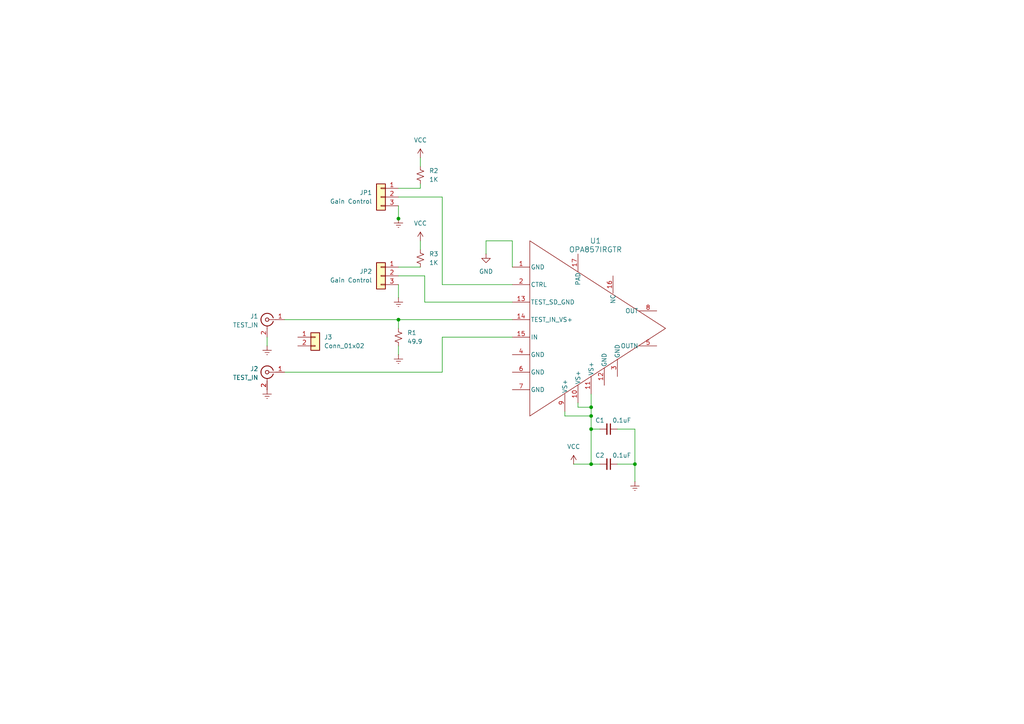
<source format=kicad_sch>
(kicad_sch (version 20231120) (generator "eeschema") (generator_version "8.0")
  (paper "A4")
  (lib_symbols
    (symbol "Connector:Conn_Coaxial" (pin_names (offset 1.016) hide)
      (property "Reference" "J" (at 0.254 3.048 0))
      (property "Value" "Conn_Coaxial" (at 2.921 0 90))
      (symbol "Conn_Coaxial_0_1"
        (arc (start -1.778 -0.508) (mid 0.2311 -1.8066) (end 1.778 0) (stroke (width 0.254)))
        (polyline (pts (xy -2.54 0) (xy -0.508 0)))
        (polyline (pts (xy 0 -2.54) (xy 0 -1.778)))
        (circle (center 0 0) (radius 0.508) (stroke (width 0.2032)))
        (arc (start 1.778 0) (mid 0.2099 1.8101) (end -1.778 0.508) (stroke (width 0.254)))
      )
      (symbol "Conn_Coaxial_1_1"
        (pin passive line (at -5.08 0 0) (length 2.54) (name "In") (number "1"))
        (pin passive line (at 0 -5.08 90) (length 2.54) (name "Ext") (number "2"))
      )
    )
    (symbol "Connector_Generic:Conn_01x02" (pin_names (offset 1.016) hide)
      (property "Reference" "J" (at 0 2.54 0))
      (property "Value" "Conn_01x02" (at 0 -5.08 0))
      (symbol "Conn_01x02_1_1"
        (rectangle (start -1.27 -2.413) (end 0 -2.667) (stroke (width 0.1524)))
        (rectangle (start -1.27 0.127) (end 0 -0.127) (stroke (width 0.1524)))
        (rectangle (start -1.27 1.27) (end 1.27 -3.81) (stroke (width 0.254)) (fill (type background)))
        (pin passive line (at -5.08 0 0) (length 3.81) (name "Pin_1") (number "1"))
        (pin passive line (at -5.08 -2.54 0) (length 3.81) (name "Pin_2") (number "2"))
      )
    )
    (symbol "Connector_Generic:Conn_01x03" (pin_names (offset 1.016) hide)
      (property "Reference" "J" (at 0 5.08 0))
      (property "Value" "Conn_01x03" (at 0 -5.08 0))
      (symbol "Conn_01x03_1_1"
        (rectangle (start -1.27 -2.413) (end 0 -2.667) (stroke (width 0.1524)))
        (rectangle (start -1.27 0.127) (end 0 -0.127) (stroke (width 0.1524)))
        (rectangle (start -1.27 2.667) (end 0 2.413) (stroke (width 0.1524)))
        (rectangle (start -1.27 3.81) (end 1.27 -3.81) (stroke (width 0.254)) (fill (type background)))
        (pin passive line (at -5.08 2.54 0) (length 3.81) (name "Pin_1") (number "1"))
        (pin passive line (at -5.08 0 0) (length 3.81) (name "Pin_2") (number "2"))
        (pin passive line (at -5.08 -2.54 0) (length 3.81) (name "Pin_3") (number "3"))
      )
    )
    (symbol "Device:C_Small" (pin_numbers hide) (pin_names (offset 0.254) hide)
      (property "Reference" "C" (at 0.254 1.778 0))
      (property "Value" "C_Small" (at 0.254 -2.032 0))
      (symbol "C_Small_0_1"
        (polyline (pts (xy -1.524 -0.508) (xy 1.524 -0.508)) (stroke (width 0.3302)))
        (polyline (pts (xy -1.524 0.508) (xy 1.524 0.508)) (stroke (width 0.3048)))
      )
      (symbol "C_Small_1_1"
        (pin passive line (at 0 2.54 270) (length 2.032) (name "~") (number "1"))
        (pin passive line (at 0 -2.54 90) (length 2.032) (name "~") (number "2"))
      )
    )
    (symbol "Device:R_Small_US" (pin_numbers hide) (pin_names (offset 0.254) hide)
      (property "Reference" "R" (at 0.762 0.508 0))
      (property "Value" "R_Small_US" (at 0.762 -1.016 0))
      (symbol "R_Small_US_1_1"
        (polyline (pts (xy 0 0) (xy 1.016 -0.381) (xy 0 -0.762) (xy -1.016 -1.143) (xy 0 -1.524)))
        (polyline (pts (xy 0 1.524) (xy 1.016 1.143) (xy 0 0.762) (xy -1.016 0.381) (xy 0 0)))
        (pin passive line (at 0 2.54 270) (length 1.016) (name "~") (number "1"))
        (pin passive line (at 0 -2.54 90) (length 1.016) (name "~") (number "2"))
      )
    )
    (symbol "LumiCom_TIA:OPA857IRGTR" (pin_names (offset 0.254))
      (property "Reference" "U" (at 0.254 37.592 0))
      (property "Value" "OPA857IRGTR" (at 0 30.48 0))
      (symbol "OPA857IRGTR_0_1"
        (pin power_in line (at -24.13 17.78 0) (length 5.08) (name "GND") (number "1"))
        (pin power_in line (at -5.08 -21.59 90) (length 5.08) (name "VS+") (number "10"))
        (pin power_in line (at -1.27 -19.05 90) (length 5.08) (name "VS+") (number "11"))
        (pin power_in line (at 2.54 -16.51 90) (length 5.08) (name "GND") (number "12"))
        (pin unspecified line (at -24.13 7.62 0) (length 5.08) (name "TEST_SD_GND") (number "13"))
        (pin unspecified line (at -24.13 2.54 0) (length 5.08) (name "TEST_IN_VS+") (number "14"))
        (pin input line (at -24.13 -2.54 0) (length 5.08) (name "IN") (number "15"))
        (pin unspecified line (at 5.08 15.24 270) (length 5.08) (name "NC") (number "16"))
        (pin power_in line (at -5.08 21.59 270) (length 5.08) (name "PAD") (number "17"))
        (pin input line (at -24.13 12.7 0) (length 5.08) (name "CTRL") (number "2"))
        (pin power_in line (at 6.35 -13.97 90) (length 5.08) (name "GND") (number "3"))
        (pin power_in line (at -24.13 -7.62 0) (length 5.08) (name "GND") (number "4"))
        (pin output line (at 17.78 -5.08 180) (length 5.08) (name "OUTN") (number "5"))
        (pin power_in line (at -24.13 -12.7 0) (length 5.08) (name "GND") (number "6"))
        (pin power_in line (at -24.13 -17.78 0) (length 5.08) (name "GND") (number "7"))
        (pin output line (at 17.78 5.08 180) (length 5.08) (name "OUT") (number "8"))
        (pin power_in line (at -8.89 -24.13 90) (length 5.08) (name "VS+") (number "9"))
      )
      (symbol "OPA857IRGTR_1_1"
        (polyline (pts (xy -19.05 -25.4) (xy -19.05 25.4) (xy 20.32 0) (xy -19.05 -25.4)))
      )
    )
    (symbol "power:Earth" (power) (pin_numbers hide) (pin_names (offset 0) hide)
      (property "Value" "Earth" (at 0 -3.81 0))
      (symbol "Earth_0_1"
        (polyline (pts (xy -0.635 -1.905) (xy 0.635 -1.905)))
        (polyline (pts (xy -0.127 -2.54) (xy 0.127 -2.54)))
        (polyline (pts (xy 0 -1.27) (xy 0 0)))
        (polyline (pts (xy 1.27 -1.27) (xy -1.27 -1.27)))
      )
      (symbol "Earth_1_1"
        (pin power_in line (at 0 0 270) (length 0) (name "~") (number "1"))
      )
    )
    (symbol "power:GND" (power) (pin_numbers hide) (pin_names (offset 0) hide)
      (property "Value" "GND" (at 0 -3.81 0))
      (symbol "GND_0_1"
        (polyline (pts (xy 0 0) (xy 0 -1.27) (xy 1.27 -1.27) (xy 0 -2.54) (xy -1.27 -1.27) (xy 0 -1.27)))
      )
      (symbol "GND_1_1"
        (pin power_in line (at 0 0 270) (length 0) (name "~") (number "1"))
      )
    )
    (symbol "power:VCC" (power) (pin_numbers hide) (pin_names (offset 0) hide)
      (property "Value" "VCC" (at 0 3.556 0))
      (symbol "VCC_0_1"
        (polyline (pts (xy -0.762 1.27) (xy 0 2.54)))
        (polyline (pts (xy 0 0) (xy 0 2.54)))
        (polyline (pts (xy 0 2.54) (xy 0.762 1.27)))
      )
      (symbol "VCC_1_1"
        (pin power_in line (at 0 0 90) (length 0) (name "~") (number "1"))
      )
    )
  )
  (junction (at 171.45 118.11))
  (junction (at 171.45 120.65))
  (junction (at 115.57 63.4094))
  (junction (at 171.45 134.62))
  (junction (at 171.45 124.46))
  (junction (at 184.15 134.62))
  (junction (at 115.57 92.71))
  (wire (pts (xy 115.57 92.71) (xy 115.57 95.25)))
  (wire (pts (xy 128.27 97.79) (xy 148.59 97.79)))
  (wire (pts (xy 184.15 134.62) (xy 184.15 139.7)))
  (wire (pts (xy 115.57 82.55) (xy 115.57 86.36)))
  (wire (pts (xy 115.57 100.33) (xy 115.57 102.87)))
  (wire (pts (xy 123.19 87.63) (xy 148.59 87.63)))
  (wire (pts (xy 171.45 120.65) (xy 171.45 124.46)))
  (wire (pts (xy 115.57 59.69) (xy 115.57 63.4094)))
  (wire (pts (xy 163.83 119.38) (xy 163.83 120.65)))
  (wire (pts (xy 167.64 116.84) (xy 167.64 118.11)))
  (wire (pts (xy 82.55 92.71) (xy 115.57 92.71)))
  (wire (pts (xy 167.64 118.11) (xy 171.45 118.11)))
  (wire (pts (xy 82.55 107.95) (xy 128.27 107.95)))
  (wire (pts (xy 184.15 124.46) (xy 184.15 134.62)))
  (wire (pts (xy 128.27 107.95) (xy 128.27 97.79)))
  (wire (pts (xy 148.59 82.55) (xy 128.27 82.55)))
  (wire (pts (xy 179.07 134.62) (xy 184.15 134.62)))
  (wire (pts (xy 163.83 120.65) (xy 171.45 120.65)))
  (wire (pts (xy 148.59 69.85) (xy 140.97 69.85)))
  (wire (pts (xy 115.57 77.47) (xy 121.92 77.47)))
  (wire (pts (xy 171.45 124.46) (xy 171.45 134.62)))
  (wire (pts (xy 166.37 134.62) (xy 171.45 134.62)))
  (wire (pts (xy 148.59 77.47) (xy 148.59 69.85)))
  (wire (pts (xy 115.57 80.01) (xy 123.19 80.01)))
  (wire (pts (xy 128.27 57.15) (xy 115.57 57.15)))
  (wire (pts (xy 121.92 54.61) (xy 121.92 53.34)))
  (wire (pts (xy 171.45 114.3) (xy 171.45 118.11)))
  (wire (pts (xy 179.07 124.46) (xy 184.15 124.46)))
  (wire (pts (xy 140.97 69.85) (xy 140.97 73.66)))
  (wire (pts (xy 171.45 118.11) (xy 171.45 120.65)))
  (wire (pts (xy 128.27 82.55) (xy 128.27 57.15)))
  (wire (pts (xy 123.19 80.01) (xy 123.19 87.63)))
  (wire (pts (xy 171.45 124.46) (xy 173.99 124.46)))
  (wire (pts (xy 121.92 45.72) (xy 121.92 48.26)))
  (wire (pts (xy 121.92 69.85) (xy 121.92 72.39)))
  (wire (pts (xy 115.57 92.71) (xy 148.59 92.71)))
  (wire (pts (xy 171.45 134.62) (xy 173.99 134.62)))
  (wire (pts (xy 77.47 97.79) (xy 77.47 100.33)))
  (wire (pts (xy 115.57 63.4094) (xy 115.57 63.5)))
  (wire (pts (xy 115.57 54.61) (xy 121.92 54.61)))
  (symbol (lib_id "Connector_Generic:Conn_01x03") (at 110.49 80.01 0) (mirror y) (unit 1)
    (property "Reference" "JP2" (at 107.95 78.7399 0) (effects (justify left)))
    (property "Value" "Gain Control" (at 107.95 81.2799 0) (effects (justify left)))
    (property "Description" "Generic connector, single row, 01x03, script generated (kicad-library-utils/schlib/autogen/connector/)" (effects (hide yes)))
  )
  (symbol (lib_id "power:Earth") (at 115.57 86.36 0) (unit 1)
    (property "Reference" "#PWR04" (effects (hide yes)))
    (property "Value" "GND" (effects (hide yes)))
  )
  (symbol (lib_id "power:Earth") (at 115.57 102.87 0) (unit 1)
    (property "Reference" "#PWR05" (effects (hide yes)))
    (property "Value" "GND" (effects (hide yes)))
  )
  (symbol (lib_id "power:Earth") (at 77.47 100.33 0) (unit 1)
    (property "Reference" "#PWR01" (effects (hide yes)))
    (property "Value" "GND" (effects (hide yes)))
  )
  (symbol (lib_id "Device:R_Small_US") (at 115.57 97.79 0) (unit 1)
    (property "Reference" "R1" (at 118.11 96.5199 0) (effects (justify left)))
    (property "Value" "49.9" (at 118.11 99.0599 0) (effects (justify left)))
    (property "Description" "Resistor, small US symbol" (effects (hide yes)))
  )
  (symbol (lib_id "power:VCC") (at 121.92 69.85 0) (unit 1)
    (property "Reference" "#PWR07" (effects (hide yes)))
    (property "Value" "VCC" (at 121.92 64.77 0))
    (property "Description" "Power symbol creates a global label with name \"VCC\"" (effects (hide yes)))
  )
  (symbol (lib_id "Connector:Conn_Coaxial") (at 77.47 107.95 0) (mirror y) (unit 1)
    (property "Reference" "J2" (at 74.93 106.9731 0) (effects (justify left)))
    (property "Value" "TEST_IN" (at 74.93 109.5131 0) (effects (justify left)))
    (property "Datasheet" " ~" (effects (hide yes)))
    (property "Description" "coaxial connector (BNC, SMA, SMB, SMC, Cinch/RCA, LEMO, ...)" (effects (hide yes)))
  )
  (symbol (lib_id "Connector:Conn_Coaxial") (at 77.47 92.71 0) (mirror y) (unit 1)
    (property "Reference" "J1" (at 74.93 91.7331 0) (effects (justify left)))
    (property "Value" "TEST_IN" (at 74.93 94.2731 0) (effects (justify left)))
    (property "Datasheet" " ~" (effects (hide yes)))
    (property "Description" "coaxial connector (BNC, SMA, SMB, SMC, Cinch/RCA, LEMO, ...)" (effects (hide yes)))
  )
  (symbol (lib_id "power:GND") (at 140.97 73.66 0) (unit 1)
    (property "Reference" "#PWR08" (effects (hide yes)))
    (property "Value" "GND" (at 140.97 78.74 0))
    (property "Description" "Power symbol creates a global label with name \"GND\" , ground" (effects (hide yes)))
  )
  (symbol (lib_id "Device:C_Small") (at 176.53 124.46 270) (unit 1)
    (property "Reference" "C1" (at 173.99 121.92 90))
    (property "Value" "0.1uF" (at 180.34 121.92 90))
    (property "Description" "Unpolarized capacitor, small symbol" (effects (hide yes)))
  )
  (symbol (lib_id "Connector_Generic:Conn_01x03") (at 110.49 57.15 0) (mirror y) (unit 1)
    (property "Reference" "JP1" (at 107.95 55.8799 0) (effects (justify left)))
    (property "Value" "Gain Control" (at 107.95 58.4199 0) (effects (justify left)))
    (property "Description" "Generic connector, single row, 01x03, script generated (kicad-library-utils/schlib/autogen/connector/)" (effects (hide yes)))
  )
  (symbol (lib_id "Device:C_Small") (at 176.53 134.62 270) (unit 1)
    (property "Reference" "C2" (at 173.99 132.08 90))
    (property "Value" "0.1uF" (at 180.34 132.08 90))
    (property "Description" "Unpolarized capacitor, small symbol" (effects (hide yes)))
  )
  (symbol (lib_id "power:Earth") (at 77.47 113.03 0) (unit 1)
    (property "Reference" "#PWR02" (effects (hide yes)))
    (property "Value" "GND" (effects (hide yes)))
  )
  (symbol (lib_id "Device:R_Small_US") (at 121.92 50.8 0) (unit 1)
    (property "Reference" "R2" (at 124.46 49.5299 0) (effects (justify left)))
    (property "Value" "1K" (at 124.46 52.0699 0) (effects (justify left)))
    (property "Description" "Resistor, small US symbol" (effects (hide yes)))
  )
  (symbol (lib_id "Device:R_Small_US") (at 121.92 74.93 0) (unit 1)
    (property "Reference" "R3" (at 124.46 73.6599 0) (effects (justify left)))
    (property "Value" "1K" (at 124.46 76.1999 0) (effects (justify left)))
    (property "Description" "Resistor, small US symbol" (effects (hide yes)))
  )
  (symbol (lib_id "LumiCom_TIA:OPA857IRGTR") (at 172.72 95.25 0) (unit 1)
    (property "Reference" "U1" (at 172.72 69.85 0) (effects (font (size 1.524 1.524))))
    (property "Value" "OPA857IRGTR" (at 172.72 72.39 0) (effects (font (size 1.524 1.524))))
    (property "Footprint" "RGT0016A" (effects (hide yes)))
    (property "Datasheet" "OPA857IRGTR" (effects (hide yes)))
  )
  (symbol (lib_id "power:VCC") (at 121.92 45.72 0) (unit 1)
    (property "Reference" "#PWR06" (effects (hide yes)))
    (property "Value" "VCC" (at 121.92 40.64 0))
    (property "Description" "Power symbol creates a global label with name \"VCC\"" (effects (hide yes)))
  )
  (symbol (lib_id "power:Earth") (at 184.15 139.7 0) (unit 1)
    (property "Reference" "#PWR010" (effects (hide yes)))
    (property "Value" "GND" (effects (hide yes)))
  )
  (symbol (lib_id "power:Earth") (at 115.57 63.4094 0) (unit 1)
    (property "Reference" "#PWR03" (effects (hide yes)))
    (property "Value" "GND" (effects (hide yes)))
  )
  (symbol (lib_id "Connector_Generic:Conn_01x02") (at 91.44 97.79 0) (unit 1)
    (property "Reference" "J3" (at 93.98 97.7899 0) (effects (justify left)))
    (property "Value" "Conn_01x02" (at 93.98 100.3299 0) (effects (justify left)))
    (property "Description" "Generic connector, single row, 01x02, script generated (kicad-library-utils/schlib/autogen/connector/)" (effects (hide yes)))
  )
  (symbol (lib_id "power:VCC") (at 166.37 134.62 0) (unit 1)
    (property "Reference" "#PWR09" (effects (hide yes)))
    (property "Value" "VCC" (at 166.37 129.54 0))
    (property "Description" "Power symbol creates a global label with name \"VCC\"" (effects (hide yes)))
  )
)
</source>
